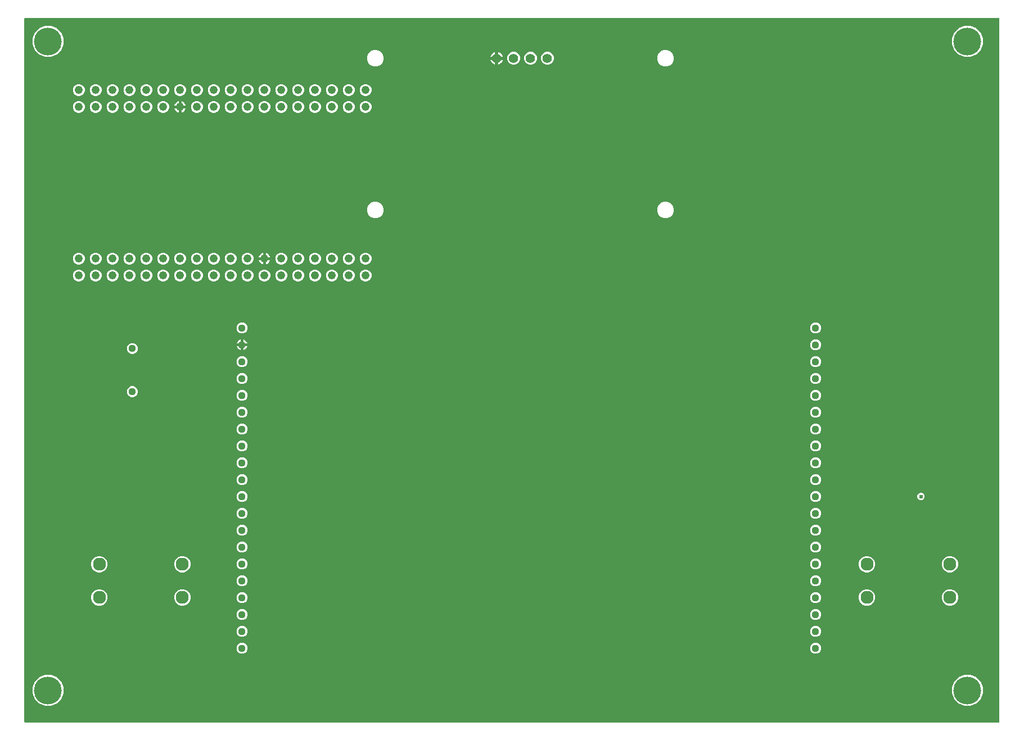
<source format=gbr>
G04 EAGLE Gerber RS-274X export*
G75*
%MOMM*%
%FSLAX34Y34*%
%LPD*%
%INCopper Layer 15*%
%IPPOS*%
%AMOC8*
5,1,8,0,0,1.08239X$1,22.5*%
G01*
%ADD10C,1.422400*%
%ADD11C,1.120000*%
%ADD12C,4.191000*%
%ADD13C,1.244600*%
%ADD14C,1.960000*%
%ADD15C,0.609600*%

G36*
X1469508Y2556D02*
X1469508Y2556D01*
X1469627Y2563D01*
X1469665Y2576D01*
X1469706Y2581D01*
X1469816Y2624D01*
X1469929Y2661D01*
X1469964Y2683D01*
X1470001Y2698D01*
X1470097Y2767D01*
X1470198Y2831D01*
X1470226Y2861D01*
X1470259Y2884D01*
X1470335Y2976D01*
X1470416Y3063D01*
X1470436Y3098D01*
X1470461Y3129D01*
X1470512Y3237D01*
X1470570Y3341D01*
X1470580Y3381D01*
X1470597Y3417D01*
X1470619Y3534D01*
X1470649Y3649D01*
X1470653Y3709D01*
X1470657Y3729D01*
X1470655Y3750D01*
X1470659Y3810D01*
X1470659Y1062990D01*
X1470644Y1063108D01*
X1470637Y1063227D01*
X1470624Y1063265D01*
X1470619Y1063306D01*
X1470576Y1063416D01*
X1470539Y1063529D01*
X1470517Y1063564D01*
X1470502Y1063601D01*
X1470433Y1063697D01*
X1470369Y1063798D01*
X1470339Y1063826D01*
X1470316Y1063859D01*
X1470224Y1063935D01*
X1470137Y1064016D01*
X1470102Y1064036D01*
X1470071Y1064061D01*
X1469963Y1064112D01*
X1469859Y1064170D01*
X1469819Y1064180D01*
X1469783Y1064197D01*
X1469666Y1064219D01*
X1469551Y1064249D01*
X1469491Y1064253D01*
X1469471Y1064257D01*
X1469450Y1064255D01*
X1469390Y1064259D01*
X3810Y1064259D01*
X3692Y1064244D01*
X3573Y1064237D01*
X3535Y1064224D01*
X3494Y1064219D01*
X3384Y1064176D01*
X3271Y1064139D01*
X3236Y1064117D01*
X3199Y1064102D01*
X3103Y1064033D01*
X3002Y1063969D01*
X2974Y1063939D01*
X2941Y1063916D01*
X2865Y1063824D01*
X2784Y1063737D01*
X2764Y1063702D01*
X2739Y1063671D01*
X2688Y1063563D01*
X2630Y1063459D01*
X2620Y1063419D01*
X2603Y1063383D01*
X2581Y1063266D01*
X2551Y1063151D01*
X2547Y1063091D01*
X2543Y1063071D01*
X2545Y1063050D01*
X2541Y1062990D01*
X2541Y3810D01*
X2556Y3692D01*
X2563Y3573D01*
X2576Y3535D01*
X2581Y3494D01*
X2624Y3384D01*
X2661Y3271D01*
X2683Y3236D01*
X2698Y3199D01*
X2767Y3103D01*
X2831Y3002D01*
X2861Y2974D01*
X2884Y2941D01*
X2976Y2865D01*
X3063Y2784D01*
X3098Y2764D01*
X3129Y2739D01*
X3237Y2688D01*
X3341Y2630D01*
X3381Y2620D01*
X3417Y2603D01*
X3534Y2581D01*
X3649Y2551D01*
X3709Y2547D01*
X3729Y2543D01*
X3750Y2545D01*
X3810Y2541D01*
X1469390Y2541D01*
X1469508Y2556D01*
G37*
%LPC*%
G36*
X1417726Y1005204D02*
X1417726Y1005204D01*
X1409091Y1008781D01*
X1402481Y1015391D01*
X1398904Y1024026D01*
X1398904Y1033374D01*
X1402481Y1042009D01*
X1409091Y1048619D01*
X1417726Y1052196D01*
X1427074Y1052196D01*
X1435709Y1048619D01*
X1442319Y1042009D01*
X1445896Y1033374D01*
X1445896Y1024026D01*
X1442319Y1015391D01*
X1435709Y1008781D01*
X1427074Y1005204D01*
X1417726Y1005204D01*
G37*
%LPD*%
%LPC*%
G36*
X33426Y1005204D02*
X33426Y1005204D01*
X24791Y1008781D01*
X18181Y1015391D01*
X14604Y1024026D01*
X14604Y1033374D01*
X18181Y1042009D01*
X24791Y1048619D01*
X33426Y1052196D01*
X42774Y1052196D01*
X51409Y1048619D01*
X58019Y1042009D01*
X61596Y1033374D01*
X61596Y1024026D01*
X58019Y1015391D01*
X51409Y1008781D01*
X42774Y1005204D01*
X33426Y1005204D01*
G37*
%LPD*%
%LPC*%
G36*
X1417726Y27304D02*
X1417726Y27304D01*
X1409091Y30881D01*
X1402481Y37491D01*
X1398904Y46126D01*
X1398904Y55474D01*
X1402481Y64109D01*
X1409091Y70719D01*
X1417726Y74296D01*
X1427074Y74296D01*
X1435709Y70719D01*
X1442319Y64109D01*
X1445896Y55474D01*
X1445896Y46126D01*
X1442319Y37491D01*
X1435709Y30881D01*
X1427074Y27304D01*
X1417726Y27304D01*
G37*
%LPD*%
%LPC*%
G36*
X33426Y27304D02*
X33426Y27304D01*
X24791Y30881D01*
X18181Y37491D01*
X14604Y46126D01*
X14604Y55474D01*
X18181Y64109D01*
X24791Y70719D01*
X33426Y74296D01*
X42774Y74296D01*
X51409Y70719D01*
X58019Y64109D01*
X61596Y55474D01*
X61596Y46126D01*
X58019Y37491D01*
X51409Y30881D01*
X42774Y27304D01*
X33426Y27304D01*
G37*
%LPD*%
%LPC*%
G36*
X965245Y990759D02*
X965245Y990759D01*
X960636Y992668D01*
X957108Y996196D01*
X955199Y1000805D01*
X955199Y1005795D01*
X957108Y1010404D01*
X960636Y1013932D01*
X965245Y1015841D01*
X970235Y1015841D01*
X974844Y1013932D01*
X978372Y1010404D01*
X980281Y1005795D01*
X980281Y1000805D01*
X978372Y996196D01*
X974844Y992668D01*
X970235Y990759D01*
X965245Y990759D01*
G37*
%LPD*%
%LPC*%
G36*
X528365Y990759D02*
X528365Y990759D01*
X523756Y992668D01*
X520228Y996196D01*
X518319Y1000805D01*
X518319Y1005795D01*
X520228Y1010404D01*
X523756Y1013932D01*
X528365Y1015841D01*
X533355Y1015841D01*
X537964Y1013932D01*
X541492Y1010404D01*
X543401Y1005795D01*
X543401Y1000805D01*
X541492Y996196D01*
X537964Y992668D01*
X533355Y990759D01*
X528365Y990759D01*
G37*
%LPD*%
%LPC*%
G36*
X965245Y762159D02*
X965245Y762159D01*
X960636Y764068D01*
X957108Y767596D01*
X955199Y772205D01*
X955199Y777195D01*
X957108Y781804D01*
X960636Y785332D01*
X965245Y787241D01*
X970235Y787241D01*
X974844Y785332D01*
X978372Y781804D01*
X980281Y777195D01*
X980281Y772205D01*
X978372Y767596D01*
X974844Y764068D01*
X970235Y762159D01*
X965245Y762159D01*
G37*
%LPD*%
%LPC*%
G36*
X528365Y762159D02*
X528365Y762159D01*
X523756Y764068D01*
X520228Y767596D01*
X518319Y772205D01*
X518319Y777195D01*
X520228Y781804D01*
X523756Y785332D01*
X528365Y787241D01*
X533355Y787241D01*
X537964Y785332D01*
X541492Y781804D01*
X543401Y777195D01*
X543401Y772205D01*
X541492Y767596D01*
X537964Y764068D01*
X533355Y762159D01*
X528365Y762159D01*
G37*
%LPD*%
%LPC*%
G36*
X112845Y228559D02*
X112845Y228559D01*
X108310Y230438D01*
X104838Y233910D01*
X102959Y238445D01*
X102959Y243355D01*
X104838Y247890D01*
X108310Y251362D01*
X112845Y253241D01*
X117755Y253241D01*
X122290Y251362D01*
X125762Y247890D01*
X127641Y243355D01*
X127641Y238445D01*
X125762Y233910D01*
X122290Y230438D01*
X117755Y228559D01*
X112845Y228559D01*
G37*
%LPD*%
%LPC*%
G36*
X237845Y178559D02*
X237845Y178559D01*
X233310Y180438D01*
X229838Y183910D01*
X227959Y188445D01*
X227959Y193355D01*
X229838Y197890D01*
X233310Y201362D01*
X237845Y203241D01*
X242755Y203241D01*
X247290Y201362D01*
X250762Y197890D01*
X252641Y193355D01*
X252641Y188445D01*
X250762Y183910D01*
X247290Y180438D01*
X242755Y178559D01*
X237845Y178559D01*
G37*
%LPD*%
%LPC*%
G36*
X1268545Y178559D02*
X1268545Y178559D01*
X1264010Y180438D01*
X1260538Y183910D01*
X1258659Y188445D01*
X1258659Y193355D01*
X1260538Y197890D01*
X1264010Y201362D01*
X1268545Y203241D01*
X1273455Y203241D01*
X1277990Y201362D01*
X1281462Y197890D01*
X1283341Y193355D01*
X1283341Y188445D01*
X1281462Y183910D01*
X1277990Y180438D01*
X1273455Y178559D01*
X1268545Y178559D01*
G37*
%LPD*%
%LPC*%
G36*
X112845Y178559D02*
X112845Y178559D01*
X108310Y180438D01*
X104838Y183910D01*
X102959Y188445D01*
X102959Y193355D01*
X104838Y197890D01*
X108310Y201362D01*
X112845Y203241D01*
X117755Y203241D01*
X122290Y201362D01*
X125762Y197890D01*
X127641Y193355D01*
X127641Y188445D01*
X125762Y183910D01*
X122290Y180438D01*
X117755Y178559D01*
X112845Y178559D01*
G37*
%LPD*%
%LPC*%
G36*
X1393545Y178559D02*
X1393545Y178559D01*
X1389010Y180438D01*
X1385538Y183910D01*
X1383659Y188445D01*
X1383659Y193355D01*
X1385538Y197890D01*
X1389010Y201362D01*
X1393545Y203241D01*
X1398455Y203241D01*
X1402990Y201362D01*
X1406462Y197890D01*
X1408341Y193355D01*
X1408341Y188445D01*
X1406462Y183910D01*
X1402990Y180438D01*
X1398455Y178559D01*
X1393545Y178559D01*
G37*
%LPD*%
%LPC*%
G36*
X1393545Y228559D02*
X1393545Y228559D01*
X1389010Y230438D01*
X1385538Y233910D01*
X1383659Y238445D01*
X1383659Y243355D01*
X1385538Y247890D01*
X1389010Y251362D01*
X1393545Y253241D01*
X1398455Y253241D01*
X1402990Y251362D01*
X1406462Y247890D01*
X1408341Y243355D01*
X1408341Y238445D01*
X1406462Y233910D01*
X1402990Y230438D01*
X1398455Y228559D01*
X1393545Y228559D01*
G37*
%LPD*%
%LPC*%
G36*
X237845Y228559D02*
X237845Y228559D01*
X233310Y230438D01*
X229838Y233910D01*
X227959Y238445D01*
X227959Y243355D01*
X229838Y247890D01*
X233310Y251362D01*
X237845Y253241D01*
X242755Y253241D01*
X247290Y251362D01*
X250762Y247890D01*
X252641Y243355D01*
X252641Y238445D01*
X250762Y233910D01*
X247290Y230438D01*
X242755Y228559D01*
X237845Y228559D01*
G37*
%LPD*%
%LPC*%
G36*
X1268545Y228559D02*
X1268545Y228559D01*
X1264010Y230438D01*
X1260538Y233910D01*
X1258659Y238445D01*
X1258659Y243355D01*
X1260538Y247890D01*
X1264010Y251362D01*
X1268545Y253241D01*
X1273455Y253241D01*
X1277990Y251362D01*
X1281462Y247890D01*
X1283341Y243355D01*
X1283341Y238445D01*
X1281462Y233910D01*
X1277990Y230438D01*
X1273455Y228559D01*
X1268545Y228559D01*
G37*
%LPD*%
%LPC*%
G36*
X788020Y993647D02*
X788020Y993647D01*
X784472Y995117D01*
X781757Y997832D01*
X780287Y1001380D01*
X780287Y1005220D01*
X781757Y1008768D01*
X784472Y1011483D01*
X788020Y1012953D01*
X791860Y1012953D01*
X795408Y1011483D01*
X798123Y1008768D01*
X799593Y1005220D01*
X799593Y1001380D01*
X798123Y997832D01*
X795408Y995117D01*
X791860Y993647D01*
X788020Y993647D01*
G37*
%LPD*%
%LPC*%
G36*
X762620Y993647D02*
X762620Y993647D01*
X759072Y995117D01*
X756357Y997832D01*
X754887Y1001380D01*
X754887Y1005220D01*
X756357Y1008768D01*
X759072Y1011483D01*
X762620Y1012953D01*
X766460Y1012953D01*
X770008Y1011483D01*
X772723Y1008768D01*
X774193Y1005220D01*
X774193Y1001380D01*
X772723Y997832D01*
X770008Y995117D01*
X766460Y993647D01*
X762620Y993647D01*
G37*
%LPD*%
%LPC*%
G36*
X737220Y993647D02*
X737220Y993647D01*
X733672Y995117D01*
X730957Y997832D01*
X729487Y1001380D01*
X729487Y1005220D01*
X730957Y1008768D01*
X733672Y1011483D01*
X737220Y1012953D01*
X741060Y1012953D01*
X744608Y1011483D01*
X747323Y1008768D01*
X748793Y1005220D01*
X748793Y1001380D01*
X747323Y997832D01*
X744608Y995117D01*
X741060Y993647D01*
X737220Y993647D01*
G37*
%LPD*%
%LPC*%
G36*
X184357Y667136D02*
X184357Y667136D01*
X181136Y668470D01*
X178670Y670936D01*
X177336Y674157D01*
X177336Y677643D01*
X178670Y680864D01*
X181136Y683330D01*
X184357Y684664D01*
X187843Y684664D01*
X191064Y683330D01*
X193530Y680864D01*
X194864Y677643D01*
X194864Y674157D01*
X193530Y670936D01*
X191064Y668470D01*
X187843Y667136D01*
X184357Y667136D01*
G37*
%LPD*%
%LPC*%
G36*
X158957Y667136D02*
X158957Y667136D01*
X155736Y668470D01*
X153270Y670936D01*
X151936Y674157D01*
X151936Y677643D01*
X153270Y680864D01*
X155736Y683330D01*
X158957Y684664D01*
X162443Y684664D01*
X165664Y683330D01*
X168130Y680864D01*
X169464Y677643D01*
X169464Y674157D01*
X168130Y670936D01*
X165664Y668470D01*
X162443Y667136D01*
X158957Y667136D01*
G37*
%LPD*%
%LPC*%
G36*
X133557Y667136D02*
X133557Y667136D01*
X130336Y668470D01*
X127870Y670936D01*
X126536Y674157D01*
X126536Y677643D01*
X127870Y680864D01*
X130336Y683330D01*
X133557Y684664D01*
X137043Y684664D01*
X140264Y683330D01*
X142730Y680864D01*
X144064Y677643D01*
X144064Y674157D01*
X142730Y670936D01*
X140264Y668470D01*
X137043Y667136D01*
X133557Y667136D01*
G37*
%LPD*%
%LPC*%
G36*
X108157Y946536D02*
X108157Y946536D01*
X104936Y947870D01*
X102470Y950336D01*
X101136Y953557D01*
X101136Y957043D01*
X102470Y960264D01*
X104936Y962730D01*
X108157Y964064D01*
X111643Y964064D01*
X114864Y962730D01*
X117330Y960264D01*
X118664Y957043D01*
X118664Y953557D01*
X117330Y950336D01*
X114864Y947870D01*
X111643Y946536D01*
X108157Y946536D01*
G37*
%LPD*%
%LPC*%
G36*
X82757Y946536D02*
X82757Y946536D01*
X79536Y947870D01*
X77070Y950336D01*
X75736Y953557D01*
X75736Y957043D01*
X77070Y960264D01*
X79536Y962730D01*
X82757Y964064D01*
X86243Y964064D01*
X89464Y962730D01*
X91930Y960264D01*
X93264Y957043D01*
X93264Y953557D01*
X91930Y950336D01*
X89464Y947870D01*
X86243Y946536D01*
X82757Y946536D01*
G37*
%LPD*%
%LPC*%
G36*
X514557Y946536D02*
X514557Y946536D01*
X511336Y947870D01*
X508870Y950336D01*
X507536Y953557D01*
X507536Y957043D01*
X508870Y960264D01*
X511336Y962730D01*
X514557Y964064D01*
X518043Y964064D01*
X521264Y962730D01*
X523730Y960264D01*
X525064Y957043D01*
X525064Y953557D01*
X523730Y950336D01*
X521264Y947870D01*
X518043Y946536D01*
X514557Y946536D01*
G37*
%LPD*%
%LPC*%
G36*
X489157Y946536D02*
X489157Y946536D01*
X485936Y947870D01*
X483470Y950336D01*
X482136Y953557D01*
X482136Y957043D01*
X483470Y960264D01*
X485936Y962730D01*
X489157Y964064D01*
X492643Y964064D01*
X495864Y962730D01*
X498330Y960264D01*
X499664Y957043D01*
X499664Y953557D01*
X498330Y950336D01*
X495864Y947870D01*
X492643Y946536D01*
X489157Y946536D01*
G37*
%LPD*%
%LPC*%
G36*
X463757Y946536D02*
X463757Y946536D01*
X460536Y947870D01*
X458070Y950336D01*
X456736Y953557D01*
X456736Y957043D01*
X458070Y960264D01*
X460536Y962730D01*
X463757Y964064D01*
X467243Y964064D01*
X470464Y962730D01*
X472930Y960264D01*
X474264Y957043D01*
X474264Y953557D01*
X472930Y950336D01*
X470464Y947870D01*
X467243Y946536D01*
X463757Y946536D01*
G37*
%LPD*%
%LPC*%
G36*
X412957Y946536D02*
X412957Y946536D01*
X409736Y947870D01*
X407270Y950336D01*
X405936Y953557D01*
X405936Y957043D01*
X407270Y960264D01*
X409736Y962730D01*
X412957Y964064D01*
X416443Y964064D01*
X419664Y962730D01*
X422130Y960264D01*
X423464Y957043D01*
X423464Y953557D01*
X422130Y950336D01*
X419664Y947870D01*
X416443Y946536D01*
X412957Y946536D01*
G37*
%LPD*%
%LPC*%
G36*
X387557Y946536D02*
X387557Y946536D01*
X384336Y947870D01*
X381870Y950336D01*
X380536Y953557D01*
X380536Y957043D01*
X381870Y960264D01*
X384336Y962730D01*
X387557Y964064D01*
X391043Y964064D01*
X394264Y962730D01*
X396730Y960264D01*
X398064Y957043D01*
X398064Y953557D01*
X396730Y950336D01*
X394264Y947870D01*
X391043Y946536D01*
X387557Y946536D01*
G37*
%LPD*%
%LPC*%
G36*
X362157Y946536D02*
X362157Y946536D01*
X358936Y947870D01*
X356470Y950336D01*
X355136Y953557D01*
X355136Y957043D01*
X356470Y960264D01*
X358936Y962730D01*
X362157Y964064D01*
X365643Y964064D01*
X368864Y962730D01*
X371330Y960264D01*
X372664Y957043D01*
X372664Y953557D01*
X371330Y950336D01*
X368864Y947870D01*
X365643Y946536D01*
X362157Y946536D01*
G37*
%LPD*%
%LPC*%
G36*
X336757Y946536D02*
X336757Y946536D01*
X333536Y947870D01*
X331070Y950336D01*
X329736Y953557D01*
X329736Y957043D01*
X331070Y960264D01*
X333536Y962730D01*
X336757Y964064D01*
X340243Y964064D01*
X343464Y962730D01*
X345930Y960264D01*
X347264Y957043D01*
X347264Y953557D01*
X345930Y950336D01*
X343464Y947870D01*
X340243Y946536D01*
X336757Y946536D01*
G37*
%LPD*%
%LPC*%
G36*
X311357Y946536D02*
X311357Y946536D01*
X308136Y947870D01*
X305670Y950336D01*
X304336Y953557D01*
X304336Y957043D01*
X305670Y960264D01*
X308136Y962730D01*
X311357Y964064D01*
X314843Y964064D01*
X318064Y962730D01*
X320530Y960264D01*
X321864Y957043D01*
X321864Y953557D01*
X320530Y950336D01*
X318064Y947870D01*
X314843Y946536D01*
X311357Y946536D01*
G37*
%LPD*%
%LPC*%
G36*
X285957Y946536D02*
X285957Y946536D01*
X282736Y947870D01*
X280270Y950336D01*
X278936Y953557D01*
X278936Y957043D01*
X280270Y960264D01*
X282736Y962730D01*
X285957Y964064D01*
X289443Y964064D01*
X292664Y962730D01*
X295130Y960264D01*
X296464Y957043D01*
X296464Y953557D01*
X295130Y950336D01*
X292664Y947870D01*
X289443Y946536D01*
X285957Y946536D01*
G37*
%LPD*%
%LPC*%
G36*
X260557Y946536D02*
X260557Y946536D01*
X257336Y947870D01*
X254870Y950336D01*
X253536Y953557D01*
X253536Y957043D01*
X254870Y960264D01*
X257336Y962730D01*
X260557Y964064D01*
X264043Y964064D01*
X267264Y962730D01*
X269730Y960264D01*
X271064Y957043D01*
X271064Y953557D01*
X269730Y950336D01*
X267264Y947870D01*
X264043Y946536D01*
X260557Y946536D01*
G37*
%LPD*%
%LPC*%
G36*
X235157Y946536D02*
X235157Y946536D01*
X231936Y947870D01*
X229470Y950336D01*
X228136Y953557D01*
X228136Y957043D01*
X229470Y960264D01*
X231936Y962730D01*
X235157Y964064D01*
X238643Y964064D01*
X241864Y962730D01*
X244330Y960264D01*
X245664Y957043D01*
X245664Y953557D01*
X244330Y950336D01*
X241864Y947870D01*
X238643Y946536D01*
X235157Y946536D01*
G37*
%LPD*%
%LPC*%
G36*
X209757Y946536D02*
X209757Y946536D01*
X206536Y947870D01*
X204070Y950336D01*
X202736Y953557D01*
X202736Y957043D01*
X204070Y960264D01*
X206536Y962730D01*
X209757Y964064D01*
X213243Y964064D01*
X216464Y962730D01*
X218930Y960264D01*
X220264Y957043D01*
X220264Y953557D01*
X218930Y950336D01*
X216464Y947870D01*
X213243Y946536D01*
X209757Y946536D01*
G37*
%LPD*%
%LPC*%
G36*
X184357Y946536D02*
X184357Y946536D01*
X181136Y947870D01*
X178670Y950336D01*
X177336Y953557D01*
X177336Y957043D01*
X178670Y960264D01*
X181136Y962730D01*
X184357Y964064D01*
X187843Y964064D01*
X191064Y962730D01*
X193530Y960264D01*
X194864Y957043D01*
X194864Y953557D01*
X193530Y950336D01*
X191064Y947870D01*
X187843Y946536D01*
X184357Y946536D01*
G37*
%LPD*%
%LPC*%
G36*
X158957Y946536D02*
X158957Y946536D01*
X155736Y947870D01*
X153270Y950336D01*
X151936Y953557D01*
X151936Y957043D01*
X153270Y960264D01*
X155736Y962730D01*
X158957Y964064D01*
X162443Y964064D01*
X165664Y962730D01*
X168130Y960264D01*
X169464Y957043D01*
X169464Y953557D01*
X168130Y950336D01*
X165664Y947870D01*
X162443Y946536D01*
X158957Y946536D01*
G37*
%LPD*%
%LPC*%
G36*
X133557Y946536D02*
X133557Y946536D01*
X130336Y947870D01*
X127870Y950336D01*
X126536Y953557D01*
X126536Y957043D01*
X127870Y960264D01*
X130336Y962730D01*
X133557Y964064D01*
X137043Y964064D01*
X140264Y962730D01*
X142730Y960264D01*
X144064Y957043D01*
X144064Y953557D01*
X142730Y950336D01*
X140264Y947870D01*
X137043Y946536D01*
X133557Y946536D01*
G37*
%LPD*%
%LPC*%
G36*
X108157Y921136D02*
X108157Y921136D01*
X104936Y922470D01*
X102470Y924936D01*
X101136Y928157D01*
X101136Y931643D01*
X102470Y934864D01*
X104936Y937330D01*
X108157Y938664D01*
X111643Y938664D01*
X114864Y937330D01*
X117330Y934864D01*
X118664Y931643D01*
X118664Y928157D01*
X117330Y924936D01*
X114864Y922470D01*
X111643Y921136D01*
X108157Y921136D01*
G37*
%LPD*%
%LPC*%
G36*
X82757Y921136D02*
X82757Y921136D01*
X79536Y922470D01*
X77070Y924936D01*
X75736Y928157D01*
X75736Y931643D01*
X77070Y934864D01*
X79536Y937330D01*
X82757Y938664D01*
X86243Y938664D01*
X89464Y937330D01*
X91930Y934864D01*
X93264Y931643D01*
X93264Y928157D01*
X91930Y924936D01*
X89464Y922470D01*
X86243Y921136D01*
X82757Y921136D01*
G37*
%LPD*%
%LPC*%
G36*
X514557Y921136D02*
X514557Y921136D01*
X511336Y922470D01*
X508870Y924936D01*
X507536Y928157D01*
X507536Y931643D01*
X508870Y934864D01*
X511336Y937330D01*
X514557Y938664D01*
X518043Y938664D01*
X521264Y937330D01*
X523730Y934864D01*
X525064Y931643D01*
X525064Y928157D01*
X523730Y924936D01*
X521264Y922470D01*
X518043Y921136D01*
X514557Y921136D01*
G37*
%LPD*%
%LPC*%
G36*
X489157Y921136D02*
X489157Y921136D01*
X485936Y922470D01*
X483470Y924936D01*
X482136Y928157D01*
X482136Y931643D01*
X483470Y934864D01*
X485936Y937330D01*
X489157Y938664D01*
X492643Y938664D01*
X495864Y937330D01*
X498330Y934864D01*
X499664Y931643D01*
X499664Y928157D01*
X498330Y924936D01*
X495864Y922470D01*
X492643Y921136D01*
X489157Y921136D01*
G37*
%LPD*%
%LPC*%
G36*
X463757Y921136D02*
X463757Y921136D01*
X460536Y922470D01*
X458070Y924936D01*
X456736Y928157D01*
X456736Y931643D01*
X458070Y934864D01*
X460536Y937330D01*
X463757Y938664D01*
X467243Y938664D01*
X470464Y937330D01*
X472930Y934864D01*
X474264Y931643D01*
X474264Y928157D01*
X472930Y924936D01*
X470464Y922470D01*
X467243Y921136D01*
X463757Y921136D01*
G37*
%LPD*%
%LPC*%
G36*
X438357Y921136D02*
X438357Y921136D01*
X435136Y922470D01*
X432670Y924936D01*
X431336Y928157D01*
X431336Y931643D01*
X432670Y934864D01*
X435136Y937330D01*
X438357Y938664D01*
X441843Y938664D01*
X445064Y937330D01*
X447530Y934864D01*
X448864Y931643D01*
X448864Y928157D01*
X447530Y924936D01*
X445064Y922470D01*
X441843Y921136D01*
X438357Y921136D01*
G37*
%LPD*%
%LPC*%
G36*
X412957Y921136D02*
X412957Y921136D01*
X409736Y922470D01*
X407270Y924936D01*
X405936Y928157D01*
X405936Y931643D01*
X407270Y934864D01*
X409736Y937330D01*
X412957Y938664D01*
X416443Y938664D01*
X419664Y937330D01*
X422130Y934864D01*
X423464Y931643D01*
X423464Y928157D01*
X422130Y924936D01*
X419664Y922470D01*
X416443Y921136D01*
X412957Y921136D01*
G37*
%LPD*%
%LPC*%
G36*
X387557Y921136D02*
X387557Y921136D01*
X384336Y922470D01*
X381870Y924936D01*
X380536Y928157D01*
X380536Y931643D01*
X381870Y934864D01*
X384336Y937330D01*
X387557Y938664D01*
X391043Y938664D01*
X394264Y937330D01*
X396730Y934864D01*
X398064Y931643D01*
X398064Y928157D01*
X396730Y924936D01*
X394264Y922470D01*
X391043Y921136D01*
X387557Y921136D01*
G37*
%LPD*%
%LPC*%
G36*
X362157Y921136D02*
X362157Y921136D01*
X358936Y922470D01*
X356470Y924936D01*
X355136Y928157D01*
X355136Y931643D01*
X356470Y934864D01*
X358936Y937330D01*
X362157Y938664D01*
X365643Y938664D01*
X368864Y937330D01*
X371330Y934864D01*
X372664Y931643D01*
X372664Y928157D01*
X371330Y924936D01*
X368864Y922470D01*
X365643Y921136D01*
X362157Y921136D01*
G37*
%LPD*%
%LPC*%
G36*
X336757Y921136D02*
X336757Y921136D01*
X333536Y922470D01*
X331070Y924936D01*
X329736Y928157D01*
X329736Y931643D01*
X331070Y934864D01*
X333536Y937330D01*
X336757Y938664D01*
X340243Y938664D01*
X343464Y937330D01*
X345930Y934864D01*
X347264Y931643D01*
X347264Y928157D01*
X345930Y924936D01*
X343464Y922470D01*
X340243Y921136D01*
X336757Y921136D01*
G37*
%LPD*%
%LPC*%
G36*
X311357Y921136D02*
X311357Y921136D01*
X308136Y922470D01*
X305670Y924936D01*
X304336Y928157D01*
X304336Y931643D01*
X305670Y934864D01*
X308136Y937330D01*
X311357Y938664D01*
X314843Y938664D01*
X318064Y937330D01*
X320530Y934864D01*
X321864Y931643D01*
X321864Y928157D01*
X320530Y924936D01*
X318064Y922470D01*
X314843Y921136D01*
X311357Y921136D01*
G37*
%LPD*%
%LPC*%
G36*
X285957Y921136D02*
X285957Y921136D01*
X282736Y922470D01*
X280270Y924936D01*
X278936Y928157D01*
X278936Y931643D01*
X280270Y934864D01*
X282736Y937330D01*
X285957Y938664D01*
X289443Y938664D01*
X292664Y937330D01*
X295130Y934864D01*
X296464Y931643D01*
X296464Y928157D01*
X295130Y924936D01*
X292664Y922470D01*
X289443Y921136D01*
X285957Y921136D01*
G37*
%LPD*%
%LPC*%
G36*
X260557Y921136D02*
X260557Y921136D01*
X257336Y922470D01*
X254870Y924936D01*
X253536Y928157D01*
X253536Y931643D01*
X254870Y934864D01*
X257336Y937330D01*
X260557Y938664D01*
X264043Y938664D01*
X267264Y937330D01*
X269730Y934864D01*
X271064Y931643D01*
X271064Y928157D01*
X269730Y924936D01*
X267264Y922470D01*
X264043Y921136D01*
X260557Y921136D01*
G37*
%LPD*%
%LPC*%
G36*
X209757Y921136D02*
X209757Y921136D01*
X206536Y922470D01*
X204070Y924936D01*
X202736Y928157D01*
X202736Y931643D01*
X204070Y934864D01*
X206536Y937330D01*
X209757Y938664D01*
X213243Y938664D01*
X216464Y937330D01*
X218930Y934864D01*
X220264Y931643D01*
X220264Y928157D01*
X218930Y924936D01*
X216464Y922470D01*
X213243Y921136D01*
X209757Y921136D01*
G37*
%LPD*%
%LPC*%
G36*
X184357Y921136D02*
X184357Y921136D01*
X181136Y922470D01*
X178670Y924936D01*
X177336Y928157D01*
X177336Y931643D01*
X178670Y934864D01*
X181136Y937330D01*
X184357Y938664D01*
X187843Y938664D01*
X191064Y937330D01*
X193530Y934864D01*
X194864Y931643D01*
X194864Y928157D01*
X193530Y924936D01*
X191064Y922470D01*
X187843Y921136D01*
X184357Y921136D01*
G37*
%LPD*%
%LPC*%
G36*
X158957Y921136D02*
X158957Y921136D01*
X155736Y922470D01*
X153270Y924936D01*
X151936Y928157D01*
X151936Y931643D01*
X153270Y934864D01*
X155736Y937330D01*
X158957Y938664D01*
X162443Y938664D01*
X165664Y937330D01*
X168130Y934864D01*
X169464Y931643D01*
X169464Y928157D01*
X168130Y924936D01*
X165664Y922470D01*
X162443Y921136D01*
X158957Y921136D01*
G37*
%LPD*%
%LPC*%
G36*
X133557Y921136D02*
X133557Y921136D01*
X130336Y922470D01*
X127870Y924936D01*
X126536Y928157D01*
X126536Y931643D01*
X127870Y934864D01*
X130336Y937330D01*
X133557Y938664D01*
X137043Y938664D01*
X140264Y937330D01*
X142730Y934864D01*
X144064Y931643D01*
X144064Y928157D01*
X142730Y924936D01*
X140264Y922470D01*
X137043Y921136D01*
X133557Y921136D01*
G37*
%LPD*%
%LPC*%
G36*
X514557Y692536D02*
X514557Y692536D01*
X511336Y693870D01*
X508870Y696336D01*
X507536Y699557D01*
X507536Y703043D01*
X508870Y706264D01*
X511336Y708730D01*
X514557Y710064D01*
X518043Y710064D01*
X521264Y708730D01*
X523730Y706264D01*
X525064Y703043D01*
X525064Y699557D01*
X523730Y696336D01*
X521264Y693870D01*
X518043Y692536D01*
X514557Y692536D01*
G37*
%LPD*%
%LPC*%
G36*
X489157Y692536D02*
X489157Y692536D01*
X485936Y693870D01*
X483470Y696336D01*
X482136Y699557D01*
X482136Y703043D01*
X483470Y706264D01*
X485936Y708730D01*
X489157Y710064D01*
X492643Y710064D01*
X495864Y708730D01*
X498330Y706264D01*
X499664Y703043D01*
X499664Y699557D01*
X498330Y696336D01*
X495864Y693870D01*
X492643Y692536D01*
X489157Y692536D01*
G37*
%LPD*%
%LPC*%
G36*
X463757Y692536D02*
X463757Y692536D01*
X460536Y693870D01*
X458070Y696336D01*
X456736Y699557D01*
X456736Y703043D01*
X458070Y706264D01*
X460536Y708730D01*
X463757Y710064D01*
X467243Y710064D01*
X470464Y708730D01*
X472930Y706264D01*
X474264Y703043D01*
X474264Y699557D01*
X472930Y696336D01*
X470464Y693870D01*
X467243Y692536D01*
X463757Y692536D01*
G37*
%LPD*%
%LPC*%
G36*
X438357Y692536D02*
X438357Y692536D01*
X435136Y693870D01*
X432670Y696336D01*
X431336Y699557D01*
X431336Y703043D01*
X432670Y706264D01*
X435136Y708730D01*
X438357Y710064D01*
X441843Y710064D01*
X445064Y708730D01*
X447530Y706264D01*
X448864Y703043D01*
X448864Y699557D01*
X447530Y696336D01*
X445064Y693870D01*
X441843Y692536D01*
X438357Y692536D01*
G37*
%LPD*%
%LPC*%
G36*
X412957Y692536D02*
X412957Y692536D01*
X409736Y693870D01*
X407270Y696336D01*
X405936Y699557D01*
X405936Y703043D01*
X407270Y706264D01*
X409736Y708730D01*
X412957Y710064D01*
X416443Y710064D01*
X419664Y708730D01*
X422130Y706264D01*
X423464Y703043D01*
X423464Y699557D01*
X422130Y696336D01*
X419664Y693870D01*
X416443Y692536D01*
X412957Y692536D01*
G37*
%LPD*%
%LPC*%
G36*
X387557Y692536D02*
X387557Y692536D01*
X384336Y693870D01*
X381870Y696336D01*
X380536Y699557D01*
X380536Y703043D01*
X381870Y706264D01*
X384336Y708730D01*
X387557Y710064D01*
X391043Y710064D01*
X394264Y708730D01*
X396730Y706264D01*
X398064Y703043D01*
X398064Y699557D01*
X396730Y696336D01*
X394264Y693870D01*
X391043Y692536D01*
X387557Y692536D01*
G37*
%LPD*%
%LPC*%
G36*
X336757Y692536D02*
X336757Y692536D01*
X333536Y693870D01*
X331070Y696336D01*
X329736Y699557D01*
X329736Y703043D01*
X331070Y706264D01*
X333536Y708730D01*
X336757Y710064D01*
X340243Y710064D01*
X343464Y708730D01*
X345930Y706264D01*
X347264Y703043D01*
X347264Y699557D01*
X345930Y696336D01*
X343464Y693870D01*
X340243Y692536D01*
X336757Y692536D01*
G37*
%LPD*%
%LPC*%
G36*
X311357Y692536D02*
X311357Y692536D01*
X308136Y693870D01*
X305670Y696336D01*
X304336Y699557D01*
X304336Y703043D01*
X305670Y706264D01*
X308136Y708730D01*
X311357Y710064D01*
X314843Y710064D01*
X318064Y708730D01*
X320530Y706264D01*
X321864Y703043D01*
X321864Y699557D01*
X320530Y696336D01*
X318064Y693870D01*
X314843Y692536D01*
X311357Y692536D01*
G37*
%LPD*%
%LPC*%
G36*
X285957Y692536D02*
X285957Y692536D01*
X282736Y693870D01*
X280270Y696336D01*
X278936Y699557D01*
X278936Y703043D01*
X280270Y706264D01*
X282736Y708730D01*
X285957Y710064D01*
X289443Y710064D01*
X292664Y708730D01*
X295130Y706264D01*
X296464Y703043D01*
X296464Y699557D01*
X295130Y696336D01*
X292664Y693870D01*
X289443Y692536D01*
X285957Y692536D01*
G37*
%LPD*%
%LPC*%
G36*
X260557Y692536D02*
X260557Y692536D01*
X257336Y693870D01*
X254870Y696336D01*
X253536Y699557D01*
X253536Y703043D01*
X254870Y706264D01*
X257336Y708730D01*
X260557Y710064D01*
X264043Y710064D01*
X267264Y708730D01*
X269730Y706264D01*
X271064Y703043D01*
X271064Y699557D01*
X269730Y696336D01*
X267264Y693870D01*
X264043Y692536D01*
X260557Y692536D01*
G37*
%LPD*%
%LPC*%
G36*
X235157Y692536D02*
X235157Y692536D01*
X231936Y693870D01*
X229470Y696336D01*
X228136Y699557D01*
X228136Y703043D01*
X229470Y706264D01*
X231936Y708730D01*
X235157Y710064D01*
X238643Y710064D01*
X241864Y708730D01*
X244330Y706264D01*
X245664Y703043D01*
X245664Y699557D01*
X244330Y696336D01*
X241864Y693870D01*
X238643Y692536D01*
X235157Y692536D01*
G37*
%LPD*%
%LPC*%
G36*
X209757Y692536D02*
X209757Y692536D01*
X206536Y693870D01*
X204070Y696336D01*
X202736Y699557D01*
X202736Y703043D01*
X204070Y706264D01*
X206536Y708730D01*
X209757Y710064D01*
X213243Y710064D01*
X216464Y708730D01*
X218930Y706264D01*
X220264Y703043D01*
X220264Y699557D01*
X218930Y696336D01*
X216464Y693870D01*
X213243Y692536D01*
X209757Y692536D01*
G37*
%LPD*%
%LPC*%
G36*
X184357Y692536D02*
X184357Y692536D01*
X181136Y693870D01*
X178670Y696336D01*
X177336Y699557D01*
X177336Y703043D01*
X178670Y706264D01*
X181136Y708730D01*
X184357Y710064D01*
X187843Y710064D01*
X191064Y708730D01*
X193530Y706264D01*
X194864Y703043D01*
X194864Y699557D01*
X193530Y696336D01*
X191064Y693870D01*
X187843Y692536D01*
X184357Y692536D01*
G37*
%LPD*%
%LPC*%
G36*
X158957Y692536D02*
X158957Y692536D01*
X155736Y693870D01*
X153270Y696336D01*
X151936Y699557D01*
X151936Y703043D01*
X153270Y706264D01*
X155736Y708730D01*
X158957Y710064D01*
X162443Y710064D01*
X165664Y708730D01*
X168130Y706264D01*
X169464Y703043D01*
X169464Y699557D01*
X168130Y696336D01*
X165664Y693870D01*
X162443Y692536D01*
X158957Y692536D01*
G37*
%LPD*%
%LPC*%
G36*
X133557Y692536D02*
X133557Y692536D01*
X130336Y693870D01*
X127870Y696336D01*
X126536Y699557D01*
X126536Y703043D01*
X127870Y706264D01*
X130336Y708730D01*
X133557Y710064D01*
X137043Y710064D01*
X140264Y708730D01*
X142730Y706264D01*
X144064Y703043D01*
X144064Y699557D01*
X142730Y696336D01*
X140264Y693870D01*
X137043Y692536D01*
X133557Y692536D01*
G37*
%LPD*%
%LPC*%
G36*
X108157Y692536D02*
X108157Y692536D01*
X104936Y693870D01*
X102470Y696336D01*
X101136Y699557D01*
X101136Y703043D01*
X102470Y706264D01*
X104936Y708730D01*
X108157Y710064D01*
X111643Y710064D01*
X114864Y708730D01*
X117330Y706264D01*
X118664Y703043D01*
X118664Y699557D01*
X117330Y696336D01*
X114864Y693870D01*
X111643Y692536D01*
X108157Y692536D01*
G37*
%LPD*%
%LPC*%
G36*
X82757Y692536D02*
X82757Y692536D01*
X79536Y693870D01*
X77070Y696336D01*
X75736Y699557D01*
X75736Y703043D01*
X77070Y706264D01*
X79536Y708730D01*
X82757Y710064D01*
X86243Y710064D01*
X89464Y708730D01*
X91930Y706264D01*
X93264Y703043D01*
X93264Y699557D01*
X91930Y696336D01*
X89464Y693870D01*
X86243Y692536D01*
X82757Y692536D01*
G37*
%LPD*%
%LPC*%
G36*
X438357Y946536D02*
X438357Y946536D01*
X435136Y947870D01*
X432670Y950336D01*
X431336Y953557D01*
X431336Y957043D01*
X432670Y960264D01*
X435136Y962730D01*
X438357Y964064D01*
X441843Y964064D01*
X445064Y962730D01*
X447530Y960264D01*
X448864Y957043D01*
X448864Y953557D01*
X447530Y950336D01*
X445064Y947870D01*
X441843Y946536D01*
X438357Y946536D01*
G37*
%LPD*%
%LPC*%
G36*
X336757Y667136D02*
X336757Y667136D01*
X333536Y668470D01*
X331070Y670936D01*
X329736Y674157D01*
X329736Y677643D01*
X331070Y680864D01*
X333536Y683330D01*
X336757Y684664D01*
X340243Y684664D01*
X343464Y683330D01*
X345930Y680864D01*
X347264Y677643D01*
X347264Y674157D01*
X345930Y670936D01*
X343464Y668470D01*
X340243Y667136D01*
X336757Y667136D01*
G37*
%LPD*%
%LPC*%
G36*
X311357Y667136D02*
X311357Y667136D01*
X308136Y668470D01*
X305670Y670936D01*
X304336Y674157D01*
X304336Y677643D01*
X305670Y680864D01*
X308136Y683330D01*
X311357Y684664D01*
X314843Y684664D01*
X318064Y683330D01*
X320530Y680864D01*
X321864Y677643D01*
X321864Y674157D01*
X320530Y670936D01*
X318064Y668470D01*
X314843Y667136D01*
X311357Y667136D01*
G37*
%LPD*%
%LPC*%
G36*
X514557Y667136D02*
X514557Y667136D01*
X511336Y668470D01*
X508870Y670936D01*
X507536Y674157D01*
X507536Y677643D01*
X508870Y680864D01*
X511336Y683330D01*
X514557Y684664D01*
X518043Y684664D01*
X521264Y683330D01*
X523730Y680864D01*
X525064Y677643D01*
X525064Y674157D01*
X523730Y670936D01*
X521264Y668470D01*
X518043Y667136D01*
X514557Y667136D01*
G37*
%LPD*%
%LPC*%
G36*
X489157Y667136D02*
X489157Y667136D01*
X485936Y668470D01*
X483470Y670936D01*
X482136Y674157D01*
X482136Y677643D01*
X483470Y680864D01*
X485936Y683330D01*
X489157Y684664D01*
X492643Y684664D01*
X495864Y683330D01*
X498330Y680864D01*
X499664Y677643D01*
X499664Y674157D01*
X498330Y670936D01*
X495864Y668470D01*
X492643Y667136D01*
X489157Y667136D01*
G37*
%LPD*%
%LPC*%
G36*
X463757Y667136D02*
X463757Y667136D01*
X460536Y668470D01*
X458070Y670936D01*
X456736Y674157D01*
X456736Y677643D01*
X458070Y680864D01*
X460536Y683330D01*
X463757Y684664D01*
X467243Y684664D01*
X470464Y683330D01*
X472930Y680864D01*
X474264Y677643D01*
X474264Y674157D01*
X472930Y670936D01*
X470464Y668470D01*
X467243Y667136D01*
X463757Y667136D01*
G37*
%LPD*%
%LPC*%
G36*
X438357Y667136D02*
X438357Y667136D01*
X435136Y668470D01*
X432670Y670936D01*
X431336Y674157D01*
X431336Y677643D01*
X432670Y680864D01*
X435136Y683330D01*
X438357Y684664D01*
X441843Y684664D01*
X445064Y683330D01*
X447530Y680864D01*
X448864Y677643D01*
X448864Y674157D01*
X447530Y670936D01*
X445064Y668470D01*
X441843Y667136D01*
X438357Y667136D01*
G37*
%LPD*%
%LPC*%
G36*
X412957Y667136D02*
X412957Y667136D01*
X409736Y668470D01*
X407270Y670936D01*
X405936Y674157D01*
X405936Y677643D01*
X407270Y680864D01*
X409736Y683330D01*
X412957Y684664D01*
X416443Y684664D01*
X419664Y683330D01*
X422130Y680864D01*
X423464Y677643D01*
X423464Y674157D01*
X422130Y670936D01*
X419664Y668470D01*
X416443Y667136D01*
X412957Y667136D01*
G37*
%LPD*%
%LPC*%
G36*
X387557Y667136D02*
X387557Y667136D01*
X384336Y668470D01*
X381870Y670936D01*
X380536Y674157D01*
X380536Y677643D01*
X381870Y680864D01*
X384336Y683330D01*
X387557Y684664D01*
X391043Y684664D01*
X394264Y683330D01*
X396730Y680864D01*
X398064Y677643D01*
X398064Y674157D01*
X396730Y670936D01*
X394264Y668470D01*
X391043Y667136D01*
X387557Y667136D01*
G37*
%LPD*%
%LPC*%
G36*
X362157Y667136D02*
X362157Y667136D01*
X358936Y668470D01*
X356470Y670936D01*
X355136Y674157D01*
X355136Y677643D01*
X356470Y680864D01*
X358936Y683330D01*
X362157Y684664D01*
X365643Y684664D01*
X368864Y683330D01*
X371330Y680864D01*
X372664Y677643D01*
X372664Y674157D01*
X371330Y670936D01*
X368864Y668470D01*
X365643Y667136D01*
X362157Y667136D01*
G37*
%LPD*%
%LPC*%
G36*
X108157Y667136D02*
X108157Y667136D01*
X104936Y668470D01*
X102470Y670936D01*
X101136Y674157D01*
X101136Y677643D01*
X102470Y680864D01*
X104936Y683330D01*
X108157Y684664D01*
X111643Y684664D01*
X114864Y683330D01*
X117330Y680864D01*
X118664Y677643D01*
X118664Y674157D01*
X117330Y670936D01*
X114864Y668470D01*
X111643Y667136D01*
X108157Y667136D01*
G37*
%LPD*%
%LPC*%
G36*
X82757Y667136D02*
X82757Y667136D01*
X79536Y668470D01*
X77070Y670936D01*
X75736Y674157D01*
X75736Y677643D01*
X77070Y680864D01*
X79536Y683330D01*
X82757Y684664D01*
X86243Y684664D01*
X89464Y683330D01*
X91930Y680864D01*
X93264Y677643D01*
X93264Y674157D01*
X91930Y670936D01*
X89464Y668470D01*
X86243Y667136D01*
X82757Y667136D01*
G37*
%LPD*%
%LPC*%
G36*
X285957Y667136D02*
X285957Y667136D01*
X282736Y668470D01*
X280270Y670936D01*
X278936Y674157D01*
X278936Y677643D01*
X280270Y680864D01*
X282736Y683330D01*
X285957Y684664D01*
X289443Y684664D01*
X292664Y683330D01*
X295130Y680864D01*
X296464Y677643D01*
X296464Y674157D01*
X295130Y670936D01*
X292664Y668470D01*
X289443Y667136D01*
X285957Y667136D01*
G37*
%LPD*%
%LPC*%
G36*
X260557Y667136D02*
X260557Y667136D01*
X257336Y668470D01*
X254870Y670936D01*
X253536Y674157D01*
X253536Y677643D01*
X254870Y680864D01*
X257336Y683330D01*
X260557Y684664D01*
X264043Y684664D01*
X267264Y683330D01*
X269730Y680864D01*
X271064Y677643D01*
X271064Y674157D01*
X269730Y670936D01*
X267264Y668470D01*
X264043Y667136D01*
X260557Y667136D01*
G37*
%LPD*%
%LPC*%
G36*
X235157Y667136D02*
X235157Y667136D01*
X231936Y668470D01*
X229470Y670936D01*
X228136Y674157D01*
X228136Y677643D01*
X229470Y680864D01*
X231936Y683330D01*
X235157Y684664D01*
X238643Y684664D01*
X241864Y683330D01*
X244330Y680864D01*
X245664Y677643D01*
X245664Y674157D01*
X244330Y670936D01*
X241864Y668470D01*
X238643Y667136D01*
X235157Y667136D01*
G37*
%LPD*%
%LPC*%
G36*
X209757Y667136D02*
X209757Y667136D01*
X206536Y668470D01*
X204070Y670936D01*
X202736Y674157D01*
X202736Y677643D01*
X204070Y680864D01*
X206536Y683330D01*
X209757Y684664D01*
X213243Y684664D01*
X216464Y683330D01*
X218930Y680864D01*
X220264Y677643D01*
X220264Y674157D01*
X218930Y670936D01*
X216464Y668470D01*
X213243Y667136D01*
X209757Y667136D01*
G37*
%LPD*%
%LPC*%
G36*
X328581Y512559D02*
X328581Y512559D01*
X325589Y513799D01*
X323299Y516089D01*
X322059Y519081D01*
X322059Y522319D01*
X323299Y525311D01*
X325589Y527601D01*
X328581Y528841D01*
X331819Y528841D01*
X334811Y527601D01*
X337101Y525311D01*
X338341Y522319D01*
X338341Y519081D01*
X337101Y516089D01*
X334811Y513799D01*
X331819Y512559D01*
X328581Y512559D01*
G37*
%LPD*%
%LPC*%
G36*
X328581Y156959D02*
X328581Y156959D01*
X325589Y158199D01*
X323299Y160489D01*
X322059Y163481D01*
X322059Y166719D01*
X323299Y169711D01*
X325589Y172001D01*
X328581Y173241D01*
X331819Y173241D01*
X334811Y172001D01*
X337101Y169711D01*
X338341Y166719D01*
X338341Y163481D01*
X337101Y160489D01*
X334811Y158199D01*
X331819Y156959D01*
X328581Y156959D01*
G37*
%LPD*%
%LPC*%
G36*
X1192181Y131559D02*
X1192181Y131559D01*
X1189189Y132799D01*
X1186899Y135089D01*
X1185659Y138081D01*
X1185659Y141319D01*
X1186899Y144311D01*
X1189189Y146601D01*
X1192181Y147841D01*
X1195419Y147841D01*
X1198411Y146601D01*
X1200701Y144311D01*
X1201941Y141319D01*
X1201941Y138081D01*
X1200701Y135089D01*
X1198411Y132799D01*
X1195419Y131559D01*
X1192181Y131559D01*
G37*
%LPD*%
%LPC*%
G36*
X1192181Y588759D02*
X1192181Y588759D01*
X1189189Y589999D01*
X1186899Y592289D01*
X1185659Y595281D01*
X1185659Y598519D01*
X1186899Y601511D01*
X1189189Y603801D01*
X1192181Y605041D01*
X1195419Y605041D01*
X1198411Y603801D01*
X1200701Y601511D01*
X1201941Y598519D01*
X1201941Y595281D01*
X1200701Y592289D01*
X1198411Y589999D01*
X1195419Y588759D01*
X1192181Y588759D01*
G37*
%LPD*%
%LPC*%
G36*
X328581Y588759D02*
X328581Y588759D01*
X325589Y589999D01*
X323299Y592289D01*
X322059Y595281D01*
X322059Y598519D01*
X323299Y601511D01*
X325589Y603801D01*
X328581Y605041D01*
X331819Y605041D01*
X334811Y603801D01*
X337101Y601511D01*
X338341Y598519D01*
X338341Y595281D01*
X337101Y592289D01*
X334811Y589999D01*
X331819Y588759D01*
X328581Y588759D01*
G37*
%LPD*%
%LPC*%
G36*
X1192181Y563359D02*
X1192181Y563359D01*
X1189189Y564599D01*
X1186899Y566889D01*
X1185659Y569881D01*
X1185659Y573119D01*
X1186899Y576111D01*
X1189189Y578401D01*
X1192181Y579641D01*
X1195419Y579641D01*
X1198411Y578401D01*
X1200701Y576111D01*
X1201941Y573119D01*
X1201941Y569881D01*
X1200701Y566889D01*
X1198411Y564599D01*
X1195419Y563359D01*
X1192181Y563359D01*
G37*
%LPD*%
%LPC*%
G36*
X328581Y131559D02*
X328581Y131559D01*
X325589Y132799D01*
X323299Y135089D01*
X322059Y138081D01*
X322059Y141319D01*
X323299Y144311D01*
X325589Y146601D01*
X328581Y147841D01*
X331819Y147841D01*
X334811Y146601D01*
X337101Y144311D01*
X338341Y141319D01*
X338341Y138081D01*
X337101Y135089D01*
X334811Y132799D01*
X331819Y131559D01*
X328581Y131559D01*
G37*
%LPD*%
%LPC*%
G36*
X328581Y258559D02*
X328581Y258559D01*
X325589Y259799D01*
X323299Y262089D01*
X322059Y265081D01*
X322059Y268319D01*
X323299Y271311D01*
X325589Y273601D01*
X328581Y274841D01*
X331819Y274841D01*
X334811Y273601D01*
X337101Y271311D01*
X338341Y268319D01*
X338341Y265081D01*
X337101Y262089D01*
X334811Y259799D01*
X331819Y258559D01*
X328581Y258559D01*
G37*
%LPD*%
%LPC*%
G36*
X163481Y557759D02*
X163481Y557759D01*
X160489Y558999D01*
X158199Y561289D01*
X156959Y564281D01*
X156959Y567519D01*
X158199Y570511D01*
X160489Y572801D01*
X163481Y574041D01*
X166719Y574041D01*
X169711Y572801D01*
X172001Y570511D01*
X173241Y567519D01*
X173241Y564281D01*
X172001Y561289D01*
X169711Y558999D01*
X166719Y557759D01*
X163481Y557759D01*
G37*
%LPD*%
%LPC*%
G36*
X1192181Y106159D02*
X1192181Y106159D01*
X1189189Y107399D01*
X1186899Y109689D01*
X1185659Y112681D01*
X1185659Y115919D01*
X1186899Y118911D01*
X1189189Y121201D01*
X1192181Y122441D01*
X1195419Y122441D01*
X1198411Y121201D01*
X1200701Y118911D01*
X1201941Y115919D01*
X1201941Y112681D01*
X1200701Y109689D01*
X1198411Y107399D01*
X1195419Y106159D01*
X1192181Y106159D01*
G37*
%LPD*%
%LPC*%
G36*
X328581Y106159D02*
X328581Y106159D01*
X325589Y107399D01*
X323299Y109689D01*
X322059Y112681D01*
X322059Y115919D01*
X323299Y118911D01*
X325589Y121201D01*
X328581Y122441D01*
X331819Y122441D01*
X334811Y121201D01*
X337101Y118911D01*
X338341Y115919D01*
X338341Y112681D01*
X337101Y109689D01*
X334811Y107399D01*
X331819Y106159D01*
X328581Y106159D01*
G37*
%LPD*%
%LPC*%
G36*
X1192181Y537959D02*
X1192181Y537959D01*
X1189189Y539199D01*
X1186899Y541489D01*
X1185659Y544481D01*
X1185659Y547719D01*
X1186899Y550711D01*
X1189189Y553001D01*
X1192181Y554241D01*
X1195419Y554241D01*
X1198411Y553001D01*
X1200701Y550711D01*
X1201941Y547719D01*
X1201941Y544481D01*
X1200701Y541489D01*
X1198411Y539199D01*
X1195419Y537959D01*
X1192181Y537959D01*
G37*
%LPD*%
%LPC*%
G36*
X328581Y537959D02*
X328581Y537959D01*
X325589Y539199D01*
X323299Y541489D01*
X322059Y544481D01*
X322059Y547719D01*
X323299Y550711D01*
X325589Y553001D01*
X328581Y554241D01*
X331819Y554241D01*
X334811Y553001D01*
X337101Y550711D01*
X338341Y547719D01*
X338341Y544481D01*
X337101Y541489D01*
X334811Y539199D01*
X331819Y537959D01*
X328581Y537959D01*
G37*
%LPD*%
%LPC*%
G36*
X1192181Y512559D02*
X1192181Y512559D01*
X1189189Y513799D01*
X1186899Y516089D01*
X1185659Y519081D01*
X1185659Y522319D01*
X1186899Y525311D01*
X1189189Y527601D01*
X1192181Y528841D01*
X1195419Y528841D01*
X1198411Y527601D01*
X1200701Y525311D01*
X1201941Y522319D01*
X1201941Y519081D01*
X1200701Y516089D01*
X1198411Y513799D01*
X1195419Y512559D01*
X1192181Y512559D01*
G37*
%LPD*%
%LPC*%
G36*
X1192181Y410959D02*
X1192181Y410959D01*
X1189189Y412199D01*
X1186899Y414489D01*
X1185659Y417481D01*
X1185659Y420719D01*
X1186899Y423711D01*
X1189189Y426001D01*
X1192181Y427241D01*
X1195419Y427241D01*
X1198411Y426001D01*
X1200701Y423711D01*
X1201941Y420719D01*
X1201941Y417481D01*
X1200701Y414489D01*
X1198411Y412199D01*
X1195419Y410959D01*
X1192181Y410959D01*
G37*
%LPD*%
%LPC*%
G36*
X163481Y492759D02*
X163481Y492759D01*
X160489Y493999D01*
X158199Y496289D01*
X156959Y499281D01*
X156959Y502519D01*
X158199Y505511D01*
X160489Y507801D01*
X163481Y509041D01*
X166719Y509041D01*
X169711Y507801D01*
X172001Y505511D01*
X173241Y502519D01*
X173241Y499281D01*
X172001Y496289D01*
X169711Y493999D01*
X166719Y492759D01*
X163481Y492759D01*
G37*
%LPD*%
%LPC*%
G36*
X1192181Y487159D02*
X1192181Y487159D01*
X1189189Y488399D01*
X1186899Y490689D01*
X1185659Y493681D01*
X1185659Y496919D01*
X1186899Y499911D01*
X1189189Y502201D01*
X1192181Y503441D01*
X1195419Y503441D01*
X1198411Y502201D01*
X1200701Y499911D01*
X1201941Y496919D01*
X1201941Y493681D01*
X1200701Y490689D01*
X1198411Y488399D01*
X1195419Y487159D01*
X1192181Y487159D01*
G37*
%LPD*%
%LPC*%
G36*
X328581Y487159D02*
X328581Y487159D01*
X325589Y488399D01*
X323299Y490689D01*
X322059Y493681D01*
X322059Y496919D01*
X323299Y499911D01*
X325589Y502201D01*
X328581Y503441D01*
X331819Y503441D01*
X334811Y502201D01*
X337101Y499911D01*
X338341Y496919D01*
X338341Y493681D01*
X337101Y490689D01*
X334811Y488399D01*
X331819Y487159D01*
X328581Y487159D01*
G37*
%LPD*%
%LPC*%
G36*
X1192181Y461759D02*
X1192181Y461759D01*
X1189189Y462999D01*
X1186899Y465289D01*
X1185659Y468281D01*
X1185659Y471519D01*
X1186899Y474511D01*
X1189189Y476801D01*
X1192181Y478041D01*
X1195419Y478041D01*
X1198411Y476801D01*
X1200701Y474511D01*
X1201941Y471519D01*
X1201941Y468281D01*
X1200701Y465289D01*
X1198411Y462999D01*
X1195419Y461759D01*
X1192181Y461759D01*
G37*
%LPD*%
%LPC*%
G36*
X328581Y461759D02*
X328581Y461759D01*
X325589Y462999D01*
X323299Y465289D01*
X322059Y468281D01*
X322059Y471519D01*
X323299Y474511D01*
X325589Y476801D01*
X328581Y478041D01*
X331819Y478041D01*
X334811Y476801D01*
X337101Y474511D01*
X338341Y471519D01*
X338341Y468281D01*
X337101Y465289D01*
X334811Y462999D01*
X331819Y461759D01*
X328581Y461759D01*
G37*
%LPD*%
%LPC*%
G36*
X1192181Y436359D02*
X1192181Y436359D01*
X1189189Y437599D01*
X1186899Y439889D01*
X1185659Y442881D01*
X1185659Y446119D01*
X1186899Y449111D01*
X1189189Y451401D01*
X1192181Y452641D01*
X1195419Y452641D01*
X1198411Y451401D01*
X1200701Y449111D01*
X1201941Y446119D01*
X1201941Y442881D01*
X1200701Y439889D01*
X1198411Y437599D01*
X1195419Y436359D01*
X1192181Y436359D01*
G37*
%LPD*%
%LPC*%
G36*
X328581Y436359D02*
X328581Y436359D01*
X325589Y437599D01*
X323299Y439889D01*
X322059Y442881D01*
X322059Y446119D01*
X323299Y449111D01*
X325589Y451401D01*
X328581Y452641D01*
X331819Y452641D01*
X334811Y451401D01*
X337101Y449111D01*
X338341Y446119D01*
X338341Y442881D01*
X337101Y439889D01*
X334811Y437599D01*
X331819Y436359D01*
X328581Y436359D01*
G37*
%LPD*%
%LPC*%
G36*
X328581Y334759D02*
X328581Y334759D01*
X325589Y335999D01*
X323299Y338289D01*
X322059Y341281D01*
X322059Y344519D01*
X323299Y347511D01*
X325589Y349801D01*
X328581Y351041D01*
X331819Y351041D01*
X334811Y349801D01*
X337101Y347511D01*
X338341Y344519D01*
X338341Y341281D01*
X337101Y338289D01*
X334811Y335999D01*
X331819Y334759D01*
X328581Y334759D01*
G37*
%LPD*%
%LPC*%
G36*
X328581Y410959D02*
X328581Y410959D01*
X325589Y412199D01*
X323299Y414489D01*
X322059Y417481D01*
X322059Y420719D01*
X323299Y423711D01*
X325589Y426001D01*
X328581Y427241D01*
X331819Y427241D01*
X334811Y426001D01*
X337101Y423711D01*
X338341Y420719D01*
X338341Y417481D01*
X337101Y414489D01*
X334811Y412199D01*
X331819Y410959D01*
X328581Y410959D01*
G37*
%LPD*%
%LPC*%
G36*
X1192181Y385559D02*
X1192181Y385559D01*
X1189189Y386799D01*
X1186899Y389089D01*
X1185659Y392081D01*
X1185659Y395319D01*
X1186899Y398311D01*
X1189189Y400601D01*
X1192181Y401841D01*
X1195419Y401841D01*
X1198411Y400601D01*
X1200701Y398311D01*
X1201941Y395319D01*
X1201941Y392081D01*
X1200701Y389089D01*
X1198411Y386799D01*
X1195419Y385559D01*
X1192181Y385559D01*
G37*
%LPD*%
%LPC*%
G36*
X328581Y385559D02*
X328581Y385559D01*
X325589Y386799D01*
X323299Y389089D01*
X322059Y392081D01*
X322059Y395319D01*
X323299Y398311D01*
X325589Y400601D01*
X328581Y401841D01*
X331819Y401841D01*
X334811Y400601D01*
X337101Y398311D01*
X338341Y395319D01*
X338341Y392081D01*
X337101Y389089D01*
X334811Y386799D01*
X331819Y385559D01*
X328581Y385559D01*
G37*
%LPD*%
%LPC*%
G36*
X1192181Y360159D02*
X1192181Y360159D01*
X1189189Y361399D01*
X1186899Y363689D01*
X1185659Y366681D01*
X1185659Y369919D01*
X1186899Y372911D01*
X1189189Y375201D01*
X1192181Y376441D01*
X1195419Y376441D01*
X1198411Y375201D01*
X1200701Y372911D01*
X1201941Y369919D01*
X1201941Y366681D01*
X1200701Y363689D01*
X1198411Y361399D01*
X1195419Y360159D01*
X1192181Y360159D01*
G37*
%LPD*%
%LPC*%
G36*
X328581Y360159D02*
X328581Y360159D01*
X325589Y361399D01*
X323299Y363689D01*
X322059Y366681D01*
X322059Y369919D01*
X323299Y372911D01*
X325589Y375201D01*
X328581Y376441D01*
X331819Y376441D01*
X334811Y375201D01*
X337101Y372911D01*
X338341Y369919D01*
X338341Y366681D01*
X337101Y363689D01*
X334811Y361399D01*
X331819Y360159D01*
X328581Y360159D01*
G37*
%LPD*%
%LPC*%
G36*
X1192181Y334759D02*
X1192181Y334759D01*
X1189189Y335999D01*
X1186899Y338289D01*
X1185659Y341281D01*
X1185659Y344519D01*
X1186899Y347511D01*
X1189189Y349801D01*
X1192181Y351041D01*
X1195419Y351041D01*
X1198411Y349801D01*
X1200701Y347511D01*
X1201941Y344519D01*
X1201941Y341281D01*
X1200701Y338289D01*
X1198411Y335999D01*
X1195419Y334759D01*
X1192181Y334759D01*
G37*
%LPD*%
%LPC*%
G36*
X1192181Y156959D02*
X1192181Y156959D01*
X1189189Y158199D01*
X1186899Y160489D01*
X1185659Y163481D01*
X1185659Y166719D01*
X1186899Y169711D01*
X1189189Y172001D01*
X1192181Y173241D01*
X1195419Y173241D01*
X1198411Y172001D01*
X1200701Y169711D01*
X1201941Y166719D01*
X1201941Y163481D01*
X1200701Y160489D01*
X1198411Y158199D01*
X1195419Y156959D01*
X1192181Y156959D01*
G37*
%LPD*%
%LPC*%
G36*
X1192181Y309359D02*
X1192181Y309359D01*
X1189189Y310599D01*
X1186899Y312889D01*
X1185659Y315881D01*
X1185659Y319119D01*
X1186899Y322111D01*
X1189189Y324401D01*
X1192181Y325641D01*
X1195419Y325641D01*
X1198411Y324401D01*
X1200701Y322111D01*
X1201941Y319119D01*
X1201941Y315881D01*
X1200701Y312889D01*
X1198411Y310599D01*
X1195419Y309359D01*
X1192181Y309359D01*
G37*
%LPD*%
%LPC*%
G36*
X328581Y309359D02*
X328581Y309359D01*
X325589Y310599D01*
X323299Y312889D01*
X322059Y315881D01*
X322059Y319119D01*
X323299Y322111D01*
X325589Y324401D01*
X328581Y325641D01*
X331819Y325641D01*
X334811Y324401D01*
X337101Y322111D01*
X338341Y319119D01*
X338341Y315881D01*
X337101Y312889D01*
X334811Y310599D01*
X331819Y309359D01*
X328581Y309359D01*
G37*
%LPD*%
%LPC*%
G36*
X1192181Y283959D02*
X1192181Y283959D01*
X1189189Y285199D01*
X1186899Y287489D01*
X1185659Y290481D01*
X1185659Y293719D01*
X1186899Y296711D01*
X1189189Y299001D01*
X1192181Y300241D01*
X1195419Y300241D01*
X1198411Y299001D01*
X1200701Y296711D01*
X1201941Y293719D01*
X1201941Y290481D01*
X1200701Y287489D01*
X1198411Y285199D01*
X1195419Y283959D01*
X1192181Y283959D01*
G37*
%LPD*%
%LPC*%
G36*
X328581Y283959D02*
X328581Y283959D01*
X325589Y285199D01*
X323299Y287489D01*
X322059Y290481D01*
X322059Y293719D01*
X323299Y296711D01*
X325589Y299001D01*
X328581Y300241D01*
X331819Y300241D01*
X334811Y299001D01*
X337101Y296711D01*
X338341Y293719D01*
X338341Y290481D01*
X337101Y287489D01*
X334811Y285199D01*
X331819Y283959D01*
X328581Y283959D01*
G37*
%LPD*%
%LPC*%
G36*
X1192181Y258559D02*
X1192181Y258559D01*
X1189189Y259799D01*
X1186899Y262089D01*
X1185659Y265081D01*
X1185659Y268319D01*
X1186899Y271311D01*
X1189189Y273601D01*
X1192181Y274841D01*
X1195419Y274841D01*
X1198411Y273601D01*
X1200701Y271311D01*
X1201941Y268319D01*
X1201941Y265081D01*
X1200701Y262089D01*
X1198411Y259799D01*
X1195419Y258559D01*
X1192181Y258559D01*
G37*
%LPD*%
%LPC*%
G36*
X1192181Y233159D02*
X1192181Y233159D01*
X1189189Y234399D01*
X1186899Y236689D01*
X1185659Y239681D01*
X1185659Y242919D01*
X1186899Y245911D01*
X1189189Y248201D01*
X1192181Y249441D01*
X1195419Y249441D01*
X1198411Y248201D01*
X1200701Y245911D01*
X1201941Y242919D01*
X1201941Y239681D01*
X1200701Y236689D01*
X1198411Y234399D01*
X1195419Y233159D01*
X1192181Y233159D01*
G37*
%LPD*%
%LPC*%
G36*
X328581Y233159D02*
X328581Y233159D01*
X325589Y234399D01*
X323299Y236689D01*
X322059Y239681D01*
X322059Y242919D01*
X323299Y245911D01*
X325589Y248201D01*
X328581Y249441D01*
X331819Y249441D01*
X334811Y248201D01*
X337101Y245911D01*
X338341Y242919D01*
X338341Y239681D01*
X337101Y236689D01*
X334811Y234399D01*
X331819Y233159D01*
X328581Y233159D01*
G37*
%LPD*%
%LPC*%
G36*
X1192181Y207759D02*
X1192181Y207759D01*
X1189189Y208999D01*
X1186899Y211289D01*
X1185659Y214281D01*
X1185659Y217519D01*
X1186899Y220511D01*
X1189189Y222801D01*
X1192181Y224041D01*
X1195419Y224041D01*
X1198411Y222801D01*
X1200701Y220511D01*
X1201941Y217519D01*
X1201941Y214281D01*
X1200701Y211289D01*
X1198411Y208999D01*
X1195419Y207759D01*
X1192181Y207759D01*
G37*
%LPD*%
%LPC*%
G36*
X328581Y207759D02*
X328581Y207759D01*
X325589Y208999D01*
X323299Y211289D01*
X322059Y214281D01*
X322059Y217519D01*
X323299Y220511D01*
X325589Y222801D01*
X328581Y224041D01*
X331819Y224041D01*
X334811Y222801D01*
X337101Y220511D01*
X338341Y217519D01*
X338341Y214281D01*
X337101Y211289D01*
X334811Y208999D01*
X331819Y207759D01*
X328581Y207759D01*
G37*
%LPD*%
%LPC*%
G36*
X1192181Y182359D02*
X1192181Y182359D01*
X1189189Y183599D01*
X1186899Y185889D01*
X1185659Y188881D01*
X1185659Y192119D01*
X1186899Y195111D01*
X1189189Y197401D01*
X1192181Y198641D01*
X1195419Y198641D01*
X1198411Y197401D01*
X1200701Y195111D01*
X1201941Y192119D01*
X1201941Y188881D01*
X1200701Y185889D01*
X1198411Y183599D01*
X1195419Y182359D01*
X1192181Y182359D01*
G37*
%LPD*%
%LPC*%
G36*
X328581Y182359D02*
X328581Y182359D01*
X325589Y183599D01*
X323299Y185889D01*
X322059Y188881D01*
X322059Y192119D01*
X323299Y195111D01*
X325589Y197401D01*
X328581Y198641D01*
X331819Y198641D01*
X334811Y197401D01*
X337101Y195111D01*
X338341Y192119D01*
X338341Y188881D01*
X337101Y185889D01*
X334811Y183599D01*
X331819Y182359D01*
X328581Y182359D01*
G37*
%LPD*%
%LPC*%
G36*
X1351438Y337311D02*
X1351438Y337311D01*
X1349384Y338162D01*
X1347812Y339734D01*
X1346961Y341788D01*
X1346961Y344012D01*
X1347812Y346066D01*
X1349384Y347638D01*
X1351438Y348489D01*
X1353662Y348489D01*
X1355716Y347638D01*
X1357288Y346066D01*
X1358139Y344012D01*
X1358139Y341788D01*
X1357288Y339734D01*
X1355716Y338162D01*
X1353662Y337311D01*
X1351438Y337311D01*
G37*
%LPD*%
%LPC*%
G36*
X716279Y1005839D02*
X716279Y1005839D01*
X716279Y1012624D01*
X717445Y1012246D01*
X718799Y1011556D01*
X720028Y1010663D01*
X721103Y1009588D01*
X721996Y1008359D01*
X722686Y1007005D01*
X723064Y1005839D01*
X716279Y1005839D01*
G37*
%LPD*%
%LPC*%
G36*
X704416Y1005839D02*
X704416Y1005839D01*
X704794Y1007005D01*
X705484Y1008359D01*
X706377Y1009588D01*
X707452Y1010663D01*
X708681Y1011556D01*
X710035Y1012246D01*
X711201Y1012624D01*
X711201Y1005839D01*
X704416Y1005839D01*
G37*
%LPD*%
%LPC*%
G36*
X716279Y1000761D02*
X716279Y1000761D01*
X723064Y1000761D01*
X722686Y999595D01*
X721996Y998241D01*
X721103Y997012D01*
X720028Y995937D01*
X718799Y995044D01*
X717445Y994354D01*
X716279Y993976D01*
X716279Y1000761D01*
G37*
%LPD*%
%LPC*%
G36*
X710035Y994354D02*
X710035Y994354D01*
X708681Y995044D01*
X707452Y995937D01*
X706377Y997012D01*
X705484Y998241D01*
X704794Y999595D01*
X704416Y1000761D01*
X711201Y1000761D01*
X711201Y993976D01*
X710035Y994354D01*
G37*
%LPD*%
%LPC*%
G36*
X366122Y703522D02*
X366122Y703522D01*
X366122Y709793D01*
X366456Y709727D01*
X368051Y709066D01*
X369487Y708107D01*
X370707Y706887D01*
X371666Y705451D01*
X372327Y703856D01*
X372393Y703522D01*
X366122Y703522D01*
G37*
%LPD*%
%LPC*%
G36*
X239122Y932122D02*
X239122Y932122D01*
X239122Y938393D01*
X239456Y938327D01*
X241051Y937666D01*
X242487Y936707D01*
X243707Y935487D01*
X244666Y934051D01*
X245327Y932456D01*
X245393Y932122D01*
X239122Y932122D01*
G37*
%LPD*%
%LPC*%
G36*
X228407Y932122D02*
X228407Y932122D01*
X228473Y932456D01*
X229134Y934051D01*
X230093Y935487D01*
X231313Y936707D01*
X232749Y937666D01*
X234344Y938327D01*
X234678Y938393D01*
X234678Y932122D01*
X228407Y932122D01*
G37*
%LPD*%
%LPC*%
G36*
X366122Y699078D02*
X366122Y699078D01*
X372393Y699078D01*
X372327Y698744D01*
X371666Y697149D01*
X370707Y695713D01*
X369487Y694493D01*
X368051Y693534D01*
X366456Y692873D01*
X366122Y692807D01*
X366122Y699078D01*
G37*
%LPD*%
%LPC*%
G36*
X355407Y703522D02*
X355407Y703522D01*
X355473Y703856D01*
X356134Y705451D01*
X357093Y706887D01*
X358313Y708107D01*
X359749Y709066D01*
X361344Y709727D01*
X361678Y709793D01*
X361678Y703522D01*
X355407Y703522D01*
G37*
%LPD*%
%LPC*%
G36*
X239122Y927678D02*
X239122Y927678D01*
X245393Y927678D01*
X245327Y927344D01*
X244666Y925749D01*
X243707Y924313D01*
X242487Y923093D01*
X241051Y922134D01*
X239456Y921473D01*
X239122Y921407D01*
X239122Y927678D01*
G37*
%LPD*%
%LPC*%
G36*
X234344Y921473D02*
X234344Y921473D01*
X232749Y922134D01*
X231313Y923093D01*
X230093Y924313D01*
X229134Y925749D01*
X228473Y927344D01*
X228407Y927678D01*
X234678Y927678D01*
X234678Y921407D01*
X234344Y921473D01*
G37*
%LPD*%
%LPC*%
G36*
X361344Y692873D02*
X361344Y692873D01*
X359749Y693534D01*
X358313Y694493D01*
X357093Y695713D01*
X356134Y697149D01*
X355473Y698744D01*
X355407Y699078D01*
X361678Y699078D01*
X361678Y692807D01*
X361344Y692873D01*
G37*
%LPD*%
%LPC*%
G36*
X332199Y573499D02*
X332199Y573499D01*
X332199Y579403D01*
X332575Y579328D01*
X334056Y578714D01*
X335389Y577823D01*
X336523Y576689D01*
X337414Y575356D01*
X338028Y573875D01*
X338103Y573499D01*
X332199Y573499D01*
G37*
%LPD*%
%LPC*%
G36*
X322297Y573499D02*
X322297Y573499D01*
X322372Y573875D01*
X322986Y575356D01*
X323877Y576689D01*
X325011Y577823D01*
X326344Y578714D01*
X327825Y579328D01*
X328201Y579403D01*
X328201Y573499D01*
X322297Y573499D01*
G37*
%LPD*%
%LPC*%
G36*
X332199Y569501D02*
X332199Y569501D01*
X338103Y569501D01*
X338028Y569125D01*
X337414Y567644D01*
X336523Y566311D01*
X335389Y565177D01*
X334056Y564286D01*
X332575Y563672D01*
X332199Y563597D01*
X332199Y569501D01*
G37*
%LPD*%
%LPC*%
G36*
X327825Y563672D02*
X327825Y563672D01*
X326344Y564286D01*
X325011Y565177D01*
X323877Y566311D01*
X322986Y567644D01*
X322372Y569125D01*
X322297Y569501D01*
X328201Y569501D01*
X328201Y563597D01*
X327825Y563672D01*
G37*
%LPD*%
%LPC*%
G36*
X713739Y1003299D02*
X713739Y1003299D01*
X713739Y1003301D01*
X713741Y1003301D01*
X713741Y1003299D01*
X713739Y1003299D01*
G37*
%LPD*%
D10*
X789940Y1003300D03*
X764540Y1003300D03*
X739140Y1003300D03*
X713740Y1003300D03*
D11*
X165100Y500900D03*
X165100Y565900D03*
D12*
X38100Y50800D03*
X38100Y1028700D03*
X1422400Y1028700D03*
X1422400Y50800D03*
D13*
X84500Y955300D03*
X84500Y929900D03*
X109900Y955300D03*
X109900Y929900D03*
X135300Y955300D03*
X135300Y929900D03*
X160700Y955300D03*
X160700Y929900D03*
X186100Y955300D03*
X186100Y929900D03*
X211500Y955300D03*
X211500Y929900D03*
X236900Y955300D03*
X236900Y929900D03*
X262300Y955300D03*
X262300Y929900D03*
X287700Y955300D03*
X287700Y929900D03*
X313100Y955300D03*
X313100Y929900D03*
X338500Y955300D03*
X338500Y929900D03*
X363900Y955300D03*
X363900Y929900D03*
X389300Y955300D03*
X389300Y929900D03*
X414700Y955300D03*
X414700Y929900D03*
X440100Y955300D03*
X440100Y929900D03*
X465500Y955300D03*
X465500Y929900D03*
X490900Y955300D03*
X490900Y929900D03*
X516300Y955300D03*
X516300Y929900D03*
X84500Y701300D03*
X84500Y675900D03*
X109900Y701300D03*
X109900Y675900D03*
X135300Y701300D03*
X135300Y675900D03*
X160700Y701300D03*
X160700Y675900D03*
X186100Y701300D03*
X186100Y675900D03*
X211500Y701300D03*
X211500Y675900D03*
X236900Y701300D03*
X236900Y675900D03*
X262300Y701300D03*
X262300Y675900D03*
X287700Y701300D03*
X287700Y675900D03*
X313100Y701300D03*
X313100Y675900D03*
X338500Y701300D03*
X338500Y675900D03*
X363900Y701300D03*
X363900Y675900D03*
X389300Y701300D03*
X389300Y675900D03*
X414700Y701300D03*
X414700Y675900D03*
X440100Y701300D03*
X440100Y675900D03*
X465500Y701300D03*
X465500Y675900D03*
X490900Y701300D03*
X490900Y675900D03*
X516300Y701300D03*
X516300Y675900D03*
D14*
X240300Y240900D03*
X240300Y190900D03*
X115300Y190900D03*
X115300Y240900D03*
X1396000Y240900D03*
X1396000Y190900D03*
X1271000Y190900D03*
X1271000Y240900D03*
D11*
X330200Y596900D03*
X330200Y571500D03*
X330200Y546100D03*
X330200Y520700D03*
X330200Y495300D03*
X330200Y469900D03*
X330200Y444500D03*
X330200Y419100D03*
X330200Y393700D03*
X330200Y368300D03*
X330200Y342900D03*
X330200Y317500D03*
X330200Y292100D03*
X330200Y266700D03*
X330200Y241300D03*
X330200Y215900D03*
X330200Y190500D03*
X330200Y165100D03*
X330200Y139700D03*
X330200Y114300D03*
X1193800Y596900D03*
X1193800Y571500D03*
X1193800Y546100D03*
X1193800Y520700D03*
X1193800Y495300D03*
X1193800Y469900D03*
X1193800Y444500D03*
X1193800Y419100D03*
X1193800Y393700D03*
X1193800Y368300D03*
X1193800Y342900D03*
X1193800Y317500D03*
X1193800Y292100D03*
X1193800Y266700D03*
X1193800Y241300D03*
X1193800Y215900D03*
X1193800Y190500D03*
X1193800Y165100D03*
X1193800Y139700D03*
X1193800Y114300D03*
D15*
X1352550Y342900D03*
X1295400Y368300D03*
X50800Y279400D03*
X742950Y933450D03*
X787400Y933450D03*
M02*

</source>
